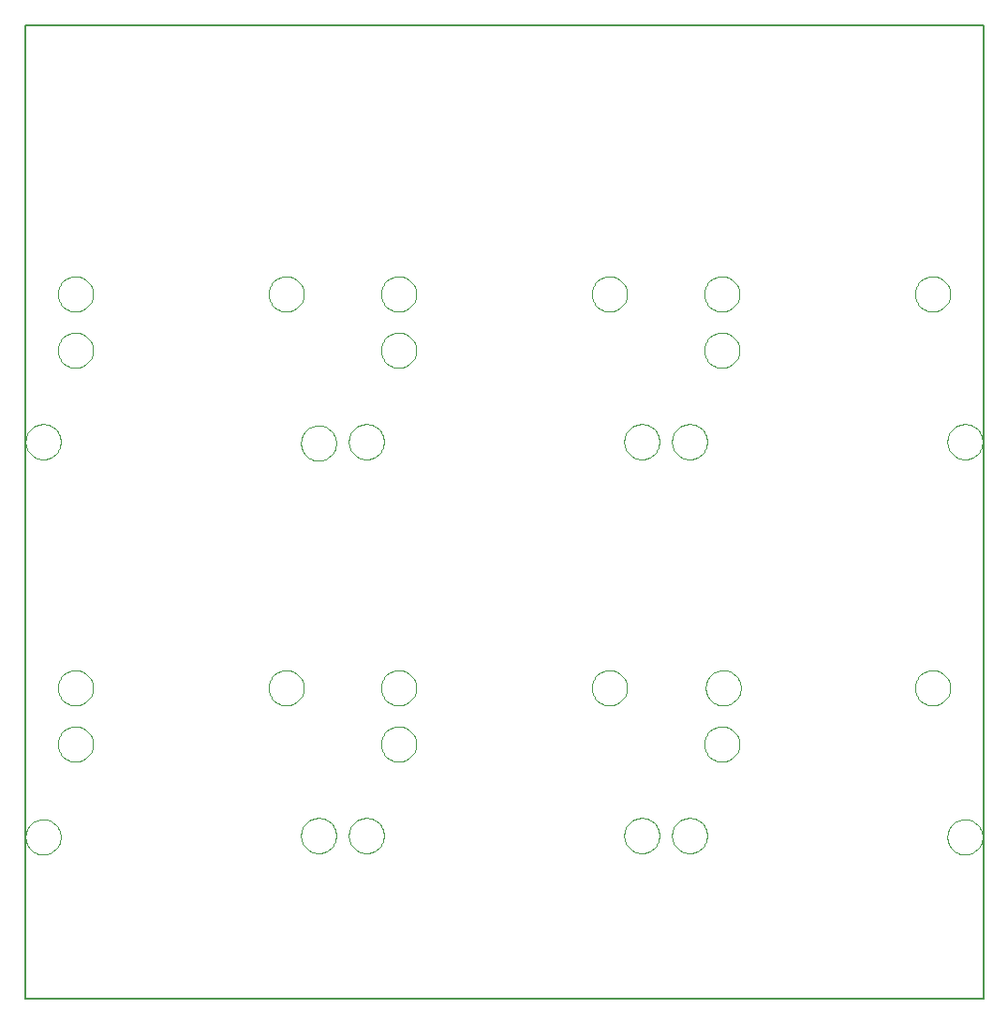
<source format=gbr>
G04 EAGLE Gerber X2 export*
%TF.Part,Single*%
%TF.FileFunction,Profile,NP*%
%TF.FilePolarity,Positive*%
%TF.GenerationSoftware,Autodesk,EAGLE,9.1.3*%
%TF.CreationDate,2018-11-04T16:40:41Z*%
G75*
%MOIN*%
%FSLAX34Y34*%
%LPD*%
%AMOC8*
5,1,8,0,0,1.08239X$1,22.5*%
G01*
%ADD10C,0.006000*%
%ADD11C,0.000000*%


D10*
X-50Y-50D02*
X34050Y-50D01*
X34050Y34550D01*
X-50Y34550D01*
X-50Y-50D01*
D11*
X1125Y25000D02*
X1127Y25050D01*
X1133Y25099D01*
X1143Y25148D01*
X1156Y25195D01*
X1174Y25242D01*
X1195Y25287D01*
X1219Y25330D01*
X1247Y25371D01*
X1278Y25410D01*
X1312Y25446D01*
X1349Y25480D01*
X1389Y25510D01*
X1430Y25537D01*
X1474Y25561D01*
X1519Y25581D01*
X1566Y25597D01*
X1614Y25610D01*
X1663Y25619D01*
X1713Y25624D01*
X1762Y25625D01*
X1812Y25622D01*
X1861Y25615D01*
X1910Y25604D01*
X1957Y25590D01*
X2003Y25571D01*
X2048Y25549D01*
X2091Y25524D01*
X2131Y25495D01*
X2169Y25463D01*
X2205Y25429D01*
X2238Y25391D01*
X2267Y25351D01*
X2293Y25309D01*
X2316Y25265D01*
X2335Y25219D01*
X2351Y25172D01*
X2363Y25123D01*
X2371Y25074D01*
X2375Y25025D01*
X2375Y24975D01*
X2371Y24926D01*
X2363Y24877D01*
X2351Y24828D01*
X2335Y24781D01*
X2316Y24735D01*
X2293Y24691D01*
X2267Y24649D01*
X2238Y24609D01*
X2205Y24571D01*
X2169Y24537D01*
X2131Y24505D01*
X2091Y24476D01*
X2048Y24451D01*
X2003Y24429D01*
X1957Y24410D01*
X1910Y24396D01*
X1861Y24385D01*
X1812Y24378D01*
X1762Y24375D01*
X1713Y24376D01*
X1663Y24381D01*
X1614Y24390D01*
X1566Y24403D01*
X1519Y24419D01*
X1474Y24439D01*
X1430Y24463D01*
X1389Y24490D01*
X1349Y24520D01*
X1312Y24554D01*
X1278Y24590D01*
X1247Y24629D01*
X1219Y24670D01*
X1195Y24713D01*
X1174Y24758D01*
X1156Y24805D01*
X1143Y24852D01*
X1133Y24901D01*
X1127Y24950D01*
X1125Y25000D01*
X8625Y25000D02*
X8627Y25050D01*
X8633Y25099D01*
X8643Y25148D01*
X8656Y25195D01*
X8674Y25242D01*
X8695Y25287D01*
X8719Y25330D01*
X8747Y25371D01*
X8778Y25410D01*
X8812Y25446D01*
X8849Y25480D01*
X8889Y25510D01*
X8930Y25537D01*
X8974Y25561D01*
X9019Y25581D01*
X9066Y25597D01*
X9114Y25610D01*
X9163Y25619D01*
X9213Y25624D01*
X9262Y25625D01*
X9312Y25622D01*
X9361Y25615D01*
X9410Y25604D01*
X9457Y25590D01*
X9503Y25571D01*
X9548Y25549D01*
X9591Y25524D01*
X9631Y25495D01*
X9669Y25463D01*
X9705Y25429D01*
X9738Y25391D01*
X9767Y25351D01*
X9793Y25309D01*
X9816Y25265D01*
X9835Y25219D01*
X9851Y25172D01*
X9863Y25123D01*
X9871Y25074D01*
X9875Y25025D01*
X9875Y24975D01*
X9871Y24926D01*
X9863Y24877D01*
X9851Y24828D01*
X9835Y24781D01*
X9816Y24735D01*
X9793Y24691D01*
X9767Y24649D01*
X9738Y24609D01*
X9705Y24571D01*
X9669Y24537D01*
X9631Y24505D01*
X9591Y24476D01*
X9548Y24451D01*
X9503Y24429D01*
X9457Y24410D01*
X9410Y24396D01*
X9361Y24385D01*
X9312Y24378D01*
X9262Y24375D01*
X9213Y24376D01*
X9163Y24381D01*
X9114Y24390D01*
X9066Y24403D01*
X9019Y24419D01*
X8974Y24439D01*
X8930Y24463D01*
X8889Y24490D01*
X8849Y24520D01*
X8812Y24554D01*
X8778Y24590D01*
X8747Y24629D01*
X8719Y24670D01*
X8695Y24713D01*
X8674Y24758D01*
X8656Y24805D01*
X8643Y24852D01*
X8633Y24901D01*
X8627Y24950D01*
X8625Y25000D01*
X1125Y23000D02*
X1127Y23050D01*
X1133Y23099D01*
X1143Y23148D01*
X1156Y23195D01*
X1174Y23242D01*
X1195Y23287D01*
X1219Y23330D01*
X1247Y23371D01*
X1278Y23410D01*
X1312Y23446D01*
X1349Y23480D01*
X1389Y23510D01*
X1430Y23537D01*
X1474Y23561D01*
X1519Y23581D01*
X1566Y23597D01*
X1614Y23610D01*
X1663Y23619D01*
X1713Y23624D01*
X1762Y23625D01*
X1812Y23622D01*
X1861Y23615D01*
X1910Y23604D01*
X1957Y23590D01*
X2003Y23571D01*
X2048Y23549D01*
X2091Y23524D01*
X2131Y23495D01*
X2169Y23463D01*
X2205Y23429D01*
X2238Y23391D01*
X2267Y23351D01*
X2293Y23309D01*
X2316Y23265D01*
X2335Y23219D01*
X2351Y23172D01*
X2363Y23123D01*
X2371Y23074D01*
X2375Y23025D01*
X2375Y22975D01*
X2371Y22926D01*
X2363Y22877D01*
X2351Y22828D01*
X2335Y22781D01*
X2316Y22735D01*
X2293Y22691D01*
X2267Y22649D01*
X2238Y22609D01*
X2205Y22571D01*
X2169Y22537D01*
X2131Y22505D01*
X2091Y22476D01*
X2048Y22451D01*
X2003Y22429D01*
X1957Y22410D01*
X1910Y22396D01*
X1861Y22385D01*
X1812Y22378D01*
X1762Y22375D01*
X1713Y22376D01*
X1663Y22381D01*
X1614Y22390D01*
X1566Y22403D01*
X1519Y22419D01*
X1474Y22439D01*
X1430Y22463D01*
X1389Y22490D01*
X1349Y22520D01*
X1312Y22554D01*
X1278Y22590D01*
X1247Y22629D01*
X1219Y22670D01*
X1195Y22713D01*
X1174Y22758D01*
X1156Y22805D01*
X1143Y22852D01*
X1133Y22901D01*
X1127Y22950D01*
X1125Y23000D01*
X12625Y25000D02*
X12627Y25050D01*
X12633Y25099D01*
X12643Y25148D01*
X12656Y25195D01*
X12674Y25242D01*
X12695Y25287D01*
X12719Y25330D01*
X12747Y25371D01*
X12778Y25410D01*
X12812Y25446D01*
X12849Y25480D01*
X12889Y25510D01*
X12930Y25537D01*
X12974Y25561D01*
X13019Y25581D01*
X13066Y25597D01*
X13114Y25610D01*
X13163Y25619D01*
X13213Y25624D01*
X13262Y25625D01*
X13312Y25622D01*
X13361Y25615D01*
X13410Y25604D01*
X13457Y25590D01*
X13503Y25571D01*
X13548Y25549D01*
X13591Y25524D01*
X13631Y25495D01*
X13669Y25463D01*
X13705Y25429D01*
X13738Y25391D01*
X13767Y25351D01*
X13793Y25309D01*
X13816Y25265D01*
X13835Y25219D01*
X13851Y25172D01*
X13863Y25123D01*
X13871Y25074D01*
X13875Y25025D01*
X13875Y24975D01*
X13871Y24926D01*
X13863Y24877D01*
X13851Y24828D01*
X13835Y24781D01*
X13816Y24735D01*
X13793Y24691D01*
X13767Y24649D01*
X13738Y24609D01*
X13705Y24571D01*
X13669Y24537D01*
X13631Y24505D01*
X13591Y24476D01*
X13548Y24451D01*
X13503Y24429D01*
X13457Y24410D01*
X13410Y24396D01*
X13361Y24385D01*
X13312Y24378D01*
X13262Y24375D01*
X13213Y24376D01*
X13163Y24381D01*
X13114Y24390D01*
X13066Y24403D01*
X13019Y24419D01*
X12974Y24439D01*
X12930Y24463D01*
X12889Y24490D01*
X12849Y24520D01*
X12812Y24554D01*
X12778Y24590D01*
X12747Y24629D01*
X12719Y24670D01*
X12695Y24713D01*
X12674Y24758D01*
X12656Y24805D01*
X12643Y24852D01*
X12633Y24901D01*
X12627Y24950D01*
X12625Y25000D01*
X12625Y23000D02*
X12627Y23050D01*
X12633Y23099D01*
X12643Y23148D01*
X12656Y23195D01*
X12674Y23242D01*
X12695Y23287D01*
X12719Y23330D01*
X12747Y23371D01*
X12778Y23410D01*
X12812Y23446D01*
X12849Y23480D01*
X12889Y23510D01*
X12930Y23537D01*
X12974Y23561D01*
X13019Y23581D01*
X13066Y23597D01*
X13114Y23610D01*
X13163Y23619D01*
X13213Y23624D01*
X13262Y23625D01*
X13312Y23622D01*
X13361Y23615D01*
X13410Y23604D01*
X13457Y23590D01*
X13503Y23571D01*
X13548Y23549D01*
X13591Y23524D01*
X13631Y23495D01*
X13669Y23463D01*
X13705Y23429D01*
X13738Y23391D01*
X13767Y23351D01*
X13793Y23309D01*
X13816Y23265D01*
X13835Y23219D01*
X13851Y23172D01*
X13863Y23123D01*
X13871Y23074D01*
X13875Y23025D01*
X13875Y22975D01*
X13871Y22926D01*
X13863Y22877D01*
X13851Y22828D01*
X13835Y22781D01*
X13816Y22735D01*
X13793Y22691D01*
X13767Y22649D01*
X13738Y22609D01*
X13705Y22571D01*
X13669Y22537D01*
X13631Y22505D01*
X13591Y22476D01*
X13548Y22451D01*
X13503Y22429D01*
X13457Y22410D01*
X13410Y22396D01*
X13361Y22385D01*
X13312Y22378D01*
X13262Y22375D01*
X13213Y22376D01*
X13163Y22381D01*
X13114Y22390D01*
X13066Y22403D01*
X13019Y22419D01*
X12974Y22439D01*
X12930Y22463D01*
X12889Y22490D01*
X12849Y22520D01*
X12812Y22554D01*
X12778Y22590D01*
X12747Y22629D01*
X12719Y22670D01*
X12695Y22713D01*
X12674Y22758D01*
X12656Y22805D01*
X12643Y22852D01*
X12633Y22901D01*
X12627Y22950D01*
X12625Y23000D01*
X11475Y19750D02*
X11477Y19800D01*
X11483Y19849D01*
X11493Y19898D01*
X11506Y19945D01*
X11524Y19992D01*
X11545Y20037D01*
X11569Y20080D01*
X11597Y20121D01*
X11628Y20160D01*
X11662Y20196D01*
X11699Y20230D01*
X11739Y20260D01*
X11780Y20287D01*
X11824Y20311D01*
X11869Y20331D01*
X11916Y20347D01*
X11964Y20360D01*
X12013Y20369D01*
X12063Y20374D01*
X12112Y20375D01*
X12162Y20372D01*
X12211Y20365D01*
X12260Y20354D01*
X12307Y20340D01*
X12353Y20321D01*
X12398Y20299D01*
X12441Y20274D01*
X12481Y20245D01*
X12519Y20213D01*
X12555Y20179D01*
X12588Y20141D01*
X12617Y20101D01*
X12643Y20059D01*
X12666Y20015D01*
X12685Y19969D01*
X12701Y19922D01*
X12713Y19873D01*
X12721Y19824D01*
X12725Y19775D01*
X12725Y19725D01*
X12721Y19676D01*
X12713Y19627D01*
X12701Y19578D01*
X12685Y19531D01*
X12666Y19485D01*
X12643Y19441D01*
X12617Y19399D01*
X12588Y19359D01*
X12555Y19321D01*
X12519Y19287D01*
X12481Y19255D01*
X12441Y19226D01*
X12398Y19201D01*
X12353Y19179D01*
X12307Y19160D01*
X12260Y19146D01*
X12211Y19135D01*
X12162Y19128D01*
X12112Y19125D01*
X12063Y19126D01*
X12013Y19131D01*
X11964Y19140D01*
X11916Y19153D01*
X11869Y19169D01*
X11824Y19189D01*
X11780Y19213D01*
X11739Y19240D01*
X11699Y19270D01*
X11662Y19304D01*
X11628Y19340D01*
X11597Y19379D01*
X11569Y19420D01*
X11545Y19463D01*
X11524Y19508D01*
X11506Y19555D01*
X11493Y19602D01*
X11483Y19651D01*
X11477Y19700D01*
X11475Y19750D01*
X9775Y19700D02*
X9777Y19750D01*
X9783Y19799D01*
X9793Y19848D01*
X9806Y19895D01*
X9824Y19942D01*
X9845Y19987D01*
X9869Y20030D01*
X9897Y20071D01*
X9928Y20110D01*
X9962Y20146D01*
X9999Y20180D01*
X10039Y20210D01*
X10080Y20237D01*
X10124Y20261D01*
X10169Y20281D01*
X10216Y20297D01*
X10264Y20310D01*
X10313Y20319D01*
X10363Y20324D01*
X10412Y20325D01*
X10462Y20322D01*
X10511Y20315D01*
X10560Y20304D01*
X10607Y20290D01*
X10653Y20271D01*
X10698Y20249D01*
X10741Y20224D01*
X10781Y20195D01*
X10819Y20163D01*
X10855Y20129D01*
X10888Y20091D01*
X10917Y20051D01*
X10943Y20009D01*
X10966Y19965D01*
X10985Y19919D01*
X11001Y19872D01*
X11013Y19823D01*
X11021Y19774D01*
X11025Y19725D01*
X11025Y19675D01*
X11021Y19626D01*
X11013Y19577D01*
X11001Y19528D01*
X10985Y19481D01*
X10966Y19435D01*
X10943Y19391D01*
X10917Y19349D01*
X10888Y19309D01*
X10855Y19271D01*
X10819Y19237D01*
X10781Y19205D01*
X10741Y19176D01*
X10698Y19151D01*
X10653Y19129D01*
X10607Y19110D01*
X10560Y19096D01*
X10511Y19085D01*
X10462Y19078D01*
X10412Y19075D01*
X10363Y19076D01*
X10313Y19081D01*
X10264Y19090D01*
X10216Y19103D01*
X10169Y19119D01*
X10124Y19139D01*
X10080Y19163D01*
X10039Y19190D01*
X9999Y19220D01*
X9962Y19254D01*
X9928Y19290D01*
X9897Y19329D01*
X9869Y19370D01*
X9845Y19413D01*
X9824Y19458D01*
X9806Y19505D01*
X9793Y19552D01*
X9783Y19601D01*
X9777Y19650D01*
X9775Y19700D01*
X-25Y19750D02*
X-23Y19800D01*
X-17Y19849D01*
X-7Y19898D01*
X6Y19945D01*
X24Y19992D01*
X45Y20037D01*
X69Y20080D01*
X97Y20121D01*
X128Y20160D01*
X162Y20196D01*
X199Y20230D01*
X239Y20260D01*
X280Y20287D01*
X324Y20311D01*
X369Y20331D01*
X416Y20347D01*
X464Y20360D01*
X513Y20369D01*
X563Y20374D01*
X612Y20375D01*
X662Y20372D01*
X711Y20365D01*
X760Y20354D01*
X807Y20340D01*
X853Y20321D01*
X898Y20299D01*
X941Y20274D01*
X981Y20245D01*
X1019Y20213D01*
X1055Y20179D01*
X1088Y20141D01*
X1117Y20101D01*
X1143Y20059D01*
X1166Y20015D01*
X1185Y19969D01*
X1201Y19922D01*
X1213Y19873D01*
X1221Y19824D01*
X1225Y19775D01*
X1225Y19725D01*
X1221Y19676D01*
X1213Y19627D01*
X1201Y19578D01*
X1185Y19531D01*
X1166Y19485D01*
X1143Y19441D01*
X1117Y19399D01*
X1088Y19359D01*
X1055Y19321D01*
X1019Y19287D01*
X981Y19255D01*
X941Y19226D01*
X898Y19201D01*
X853Y19179D01*
X807Y19160D01*
X760Y19146D01*
X711Y19135D01*
X662Y19128D01*
X612Y19125D01*
X563Y19126D01*
X513Y19131D01*
X464Y19140D01*
X416Y19153D01*
X369Y19169D01*
X324Y19189D01*
X280Y19213D01*
X239Y19240D01*
X199Y19270D01*
X162Y19304D01*
X128Y19340D01*
X97Y19379D01*
X69Y19420D01*
X45Y19463D01*
X24Y19508D01*
X6Y19555D01*
X-7Y19602D01*
X-17Y19651D01*
X-23Y19700D01*
X-25Y19750D01*
X20125Y25000D02*
X20127Y25050D01*
X20133Y25099D01*
X20143Y25148D01*
X20156Y25195D01*
X20174Y25242D01*
X20195Y25287D01*
X20219Y25330D01*
X20247Y25371D01*
X20278Y25410D01*
X20312Y25446D01*
X20349Y25480D01*
X20389Y25510D01*
X20430Y25537D01*
X20474Y25561D01*
X20519Y25581D01*
X20566Y25597D01*
X20614Y25610D01*
X20663Y25619D01*
X20713Y25624D01*
X20762Y25625D01*
X20812Y25622D01*
X20861Y25615D01*
X20910Y25604D01*
X20957Y25590D01*
X21003Y25571D01*
X21048Y25549D01*
X21091Y25524D01*
X21131Y25495D01*
X21169Y25463D01*
X21205Y25429D01*
X21238Y25391D01*
X21267Y25351D01*
X21293Y25309D01*
X21316Y25265D01*
X21335Y25219D01*
X21351Y25172D01*
X21363Y25123D01*
X21371Y25074D01*
X21375Y25025D01*
X21375Y24975D01*
X21371Y24926D01*
X21363Y24877D01*
X21351Y24828D01*
X21335Y24781D01*
X21316Y24735D01*
X21293Y24691D01*
X21267Y24649D01*
X21238Y24609D01*
X21205Y24571D01*
X21169Y24537D01*
X21131Y24505D01*
X21091Y24476D01*
X21048Y24451D01*
X21003Y24429D01*
X20957Y24410D01*
X20910Y24396D01*
X20861Y24385D01*
X20812Y24378D01*
X20762Y24375D01*
X20713Y24376D01*
X20663Y24381D01*
X20614Y24390D01*
X20566Y24403D01*
X20519Y24419D01*
X20474Y24439D01*
X20430Y24463D01*
X20389Y24490D01*
X20349Y24520D01*
X20312Y24554D01*
X20278Y24590D01*
X20247Y24629D01*
X20219Y24670D01*
X20195Y24713D01*
X20174Y24758D01*
X20156Y24805D01*
X20143Y24852D01*
X20133Y24901D01*
X20127Y24950D01*
X20125Y25000D01*
X24125Y25000D02*
X24127Y25050D01*
X24133Y25099D01*
X24143Y25148D01*
X24156Y25195D01*
X24174Y25242D01*
X24195Y25287D01*
X24219Y25330D01*
X24247Y25371D01*
X24278Y25410D01*
X24312Y25446D01*
X24349Y25480D01*
X24389Y25510D01*
X24430Y25537D01*
X24474Y25561D01*
X24519Y25581D01*
X24566Y25597D01*
X24614Y25610D01*
X24663Y25619D01*
X24713Y25624D01*
X24762Y25625D01*
X24812Y25622D01*
X24861Y25615D01*
X24910Y25604D01*
X24957Y25590D01*
X25003Y25571D01*
X25048Y25549D01*
X25091Y25524D01*
X25131Y25495D01*
X25169Y25463D01*
X25205Y25429D01*
X25238Y25391D01*
X25267Y25351D01*
X25293Y25309D01*
X25316Y25265D01*
X25335Y25219D01*
X25351Y25172D01*
X25363Y25123D01*
X25371Y25074D01*
X25375Y25025D01*
X25375Y24975D01*
X25371Y24926D01*
X25363Y24877D01*
X25351Y24828D01*
X25335Y24781D01*
X25316Y24735D01*
X25293Y24691D01*
X25267Y24649D01*
X25238Y24609D01*
X25205Y24571D01*
X25169Y24537D01*
X25131Y24505D01*
X25091Y24476D01*
X25048Y24451D01*
X25003Y24429D01*
X24957Y24410D01*
X24910Y24396D01*
X24861Y24385D01*
X24812Y24378D01*
X24762Y24375D01*
X24713Y24376D01*
X24663Y24381D01*
X24614Y24390D01*
X24566Y24403D01*
X24519Y24419D01*
X24474Y24439D01*
X24430Y24463D01*
X24389Y24490D01*
X24349Y24520D01*
X24312Y24554D01*
X24278Y24590D01*
X24247Y24629D01*
X24219Y24670D01*
X24195Y24713D01*
X24174Y24758D01*
X24156Y24805D01*
X24143Y24852D01*
X24133Y24901D01*
X24127Y24950D01*
X24125Y25000D01*
X24125Y23000D02*
X24127Y23050D01*
X24133Y23099D01*
X24143Y23148D01*
X24156Y23195D01*
X24174Y23242D01*
X24195Y23287D01*
X24219Y23330D01*
X24247Y23371D01*
X24278Y23410D01*
X24312Y23446D01*
X24349Y23480D01*
X24389Y23510D01*
X24430Y23537D01*
X24474Y23561D01*
X24519Y23581D01*
X24566Y23597D01*
X24614Y23610D01*
X24663Y23619D01*
X24713Y23624D01*
X24762Y23625D01*
X24812Y23622D01*
X24861Y23615D01*
X24910Y23604D01*
X24957Y23590D01*
X25003Y23571D01*
X25048Y23549D01*
X25091Y23524D01*
X25131Y23495D01*
X25169Y23463D01*
X25205Y23429D01*
X25238Y23391D01*
X25267Y23351D01*
X25293Y23309D01*
X25316Y23265D01*
X25335Y23219D01*
X25351Y23172D01*
X25363Y23123D01*
X25371Y23074D01*
X25375Y23025D01*
X25375Y22975D01*
X25371Y22926D01*
X25363Y22877D01*
X25351Y22828D01*
X25335Y22781D01*
X25316Y22735D01*
X25293Y22691D01*
X25267Y22649D01*
X25238Y22609D01*
X25205Y22571D01*
X25169Y22537D01*
X25131Y22505D01*
X25091Y22476D01*
X25048Y22451D01*
X25003Y22429D01*
X24957Y22410D01*
X24910Y22396D01*
X24861Y22385D01*
X24812Y22378D01*
X24762Y22375D01*
X24713Y22376D01*
X24663Y22381D01*
X24614Y22390D01*
X24566Y22403D01*
X24519Y22419D01*
X24474Y22439D01*
X24430Y22463D01*
X24389Y22490D01*
X24349Y22520D01*
X24312Y22554D01*
X24278Y22590D01*
X24247Y22629D01*
X24219Y22670D01*
X24195Y22713D01*
X24174Y22758D01*
X24156Y22805D01*
X24143Y22852D01*
X24133Y22901D01*
X24127Y22950D01*
X24125Y23000D01*
X31625Y25000D02*
X31627Y25050D01*
X31633Y25099D01*
X31643Y25148D01*
X31656Y25195D01*
X31674Y25242D01*
X31695Y25287D01*
X31719Y25330D01*
X31747Y25371D01*
X31778Y25410D01*
X31812Y25446D01*
X31849Y25480D01*
X31889Y25510D01*
X31930Y25537D01*
X31974Y25561D01*
X32019Y25581D01*
X32066Y25597D01*
X32114Y25610D01*
X32163Y25619D01*
X32213Y25624D01*
X32262Y25625D01*
X32312Y25622D01*
X32361Y25615D01*
X32410Y25604D01*
X32457Y25590D01*
X32503Y25571D01*
X32548Y25549D01*
X32591Y25524D01*
X32631Y25495D01*
X32669Y25463D01*
X32705Y25429D01*
X32738Y25391D01*
X32767Y25351D01*
X32793Y25309D01*
X32816Y25265D01*
X32835Y25219D01*
X32851Y25172D01*
X32863Y25123D01*
X32871Y25074D01*
X32875Y25025D01*
X32875Y24975D01*
X32871Y24926D01*
X32863Y24877D01*
X32851Y24828D01*
X32835Y24781D01*
X32816Y24735D01*
X32793Y24691D01*
X32767Y24649D01*
X32738Y24609D01*
X32705Y24571D01*
X32669Y24537D01*
X32631Y24505D01*
X32591Y24476D01*
X32548Y24451D01*
X32503Y24429D01*
X32457Y24410D01*
X32410Y24396D01*
X32361Y24385D01*
X32312Y24378D01*
X32262Y24375D01*
X32213Y24376D01*
X32163Y24381D01*
X32114Y24390D01*
X32066Y24403D01*
X32019Y24419D01*
X31974Y24439D01*
X31930Y24463D01*
X31889Y24490D01*
X31849Y24520D01*
X31812Y24554D01*
X31778Y24590D01*
X31747Y24629D01*
X31719Y24670D01*
X31695Y24713D01*
X31674Y24758D01*
X31656Y24805D01*
X31643Y24852D01*
X31633Y24901D01*
X31627Y24950D01*
X31625Y25000D01*
X32775Y19750D02*
X32777Y19800D01*
X32783Y19849D01*
X32793Y19898D01*
X32806Y19945D01*
X32824Y19992D01*
X32845Y20037D01*
X32869Y20080D01*
X32897Y20121D01*
X32928Y20160D01*
X32962Y20196D01*
X32999Y20230D01*
X33039Y20260D01*
X33080Y20287D01*
X33124Y20311D01*
X33169Y20331D01*
X33216Y20347D01*
X33264Y20360D01*
X33313Y20369D01*
X33363Y20374D01*
X33412Y20375D01*
X33462Y20372D01*
X33511Y20365D01*
X33560Y20354D01*
X33607Y20340D01*
X33653Y20321D01*
X33698Y20299D01*
X33741Y20274D01*
X33781Y20245D01*
X33819Y20213D01*
X33855Y20179D01*
X33888Y20141D01*
X33917Y20101D01*
X33943Y20059D01*
X33966Y20015D01*
X33985Y19969D01*
X34001Y19922D01*
X34013Y19873D01*
X34021Y19824D01*
X34025Y19775D01*
X34025Y19725D01*
X34021Y19676D01*
X34013Y19627D01*
X34001Y19578D01*
X33985Y19531D01*
X33966Y19485D01*
X33943Y19441D01*
X33917Y19399D01*
X33888Y19359D01*
X33855Y19321D01*
X33819Y19287D01*
X33781Y19255D01*
X33741Y19226D01*
X33698Y19201D01*
X33653Y19179D01*
X33607Y19160D01*
X33560Y19146D01*
X33511Y19135D01*
X33462Y19128D01*
X33412Y19125D01*
X33363Y19126D01*
X33313Y19131D01*
X33264Y19140D01*
X33216Y19153D01*
X33169Y19169D01*
X33124Y19189D01*
X33080Y19213D01*
X33039Y19240D01*
X32999Y19270D01*
X32962Y19304D01*
X32928Y19340D01*
X32897Y19379D01*
X32869Y19420D01*
X32845Y19463D01*
X32824Y19508D01*
X32806Y19555D01*
X32793Y19602D01*
X32783Y19651D01*
X32777Y19700D01*
X32775Y19750D01*
X22975Y19750D02*
X22977Y19800D01*
X22983Y19849D01*
X22993Y19898D01*
X23006Y19945D01*
X23024Y19992D01*
X23045Y20037D01*
X23069Y20080D01*
X23097Y20121D01*
X23128Y20160D01*
X23162Y20196D01*
X23199Y20230D01*
X23239Y20260D01*
X23280Y20287D01*
X23324Y20311D01*
X23369Y20331D01*
X23416Y20347D01*
X23464Y20360D01*
X23513Y20369D01*
X23563Y20374D01*
X23612Y20375D01*
X23662Y20372D01*
X23711Y20365D01*
X23760Y20354D01*
X23807Y20340D01*
X23853Y20321D01*
X23898Y20299D01*
X23941Y20274D01*
X23981Y20245D01*
X24019Y20213D01*
X24055Y20179D01*
X24088Y20141D01*
X24117Y20101D01*
X24143Y20059D01*
X24166Y20015D01*
X24185Y19969D01*
X24201Y19922D01*
X24213Y19873D01*
X24221Y19824D01*
X24225Y19775D01*
X24225Y19725D01*
X24221Y19676D01*
X24213Y19627D01*
X24201Y19578D01*
X24185Y19531D01*
X24166Y19485D01*
X24143Y19441D01*
X24117Y19399D01*
X24088Y19359D01*
X24055Y19321D01*
X24019Y19287D01*
X23981Y19255D01*
X23941Y19226D01*
X23898Y19201D01*
X23853Y19179D01*
X23807Y19160D01*
X23760Y19146D01*
X23711Y19135D01*
X23662Y19128D01*
X23612Y19125D01*
X23563Y19126D01*
X23513Y19131D01*
X23464Y19140D01*
X23416Y19153D01*
X23369Y19169D01*
X23324Y19189D01*
X23280Y19213D01*
X23239Y19240D01*
X23199Y19270D01*
X23162Y19304D01*
X23128Y19340D01*
X23097Y19379D01*
X23069Y19420D01*
X23045Y19463D01*
X23024Y19508D01*
X23006Y19555D01*
X22993Y19602D01*
X22983Y19651D01*
X22977Y19700D01*
X22975Y19750D01*
X21275Y19750D02*
X21277Y19800D01*
X21283Y19849D01*
X21293Y19898D01*
X21306Y19945D01*
X21324Y19992D01*
X21345Y20037D01*
X21369Y20080D01*
X21397Y20121D01*
X21428Y20160D01*
X21462Y20196D01*
X21499Y20230D01*
X21539Y20260D01*
X21580Y20287D01*
X21624Y20311D01*
X21669Y20331D01*
X21716Y20347D01*
X21764Y20360D01*
X21813Y20369D01*
X21863Y20374D01*
X21912Y20375D01*
X21962Y20372D01*
X22011Y20365D01*
X22060Y20354D01*
X22107Y20340D01*
X22153Y20321D01*
X22198Y20299D01*
X22241Y20274D01*
X22281Y20245D01*
X22319Y20213D01*
X22355Y20179D01*
X22388Y20141D01*
X22417Y20101D01*
X22443Y20059D01*
X22466Y20015D01*
X22485Y19969D01*
X22501Y19922D01*
X22513Y19873D01*
X22521Y19824D01*
X22525Y19775D01*
X22525Y19725D01*
X22521Y19676D01*
X22513Y19627D01*
X22501Y19578D01*
X22485Y19531D01*
X22466Y19485D01*
X22443Y19441D01*
X22417Y19399D01*
X22388Y19359D01*
X22355Y19321D01*
X22319Y19287D01*
X22281Y19255D01*
X22241Y19226D01*
X22198Y19201D01*
X22153Y19179D01*
X22107Y19160D01*
X22060Y19146D01*
X22011Y19135D01*
X21962Y19128D01*
X21912Y19125D01*
X21863Y19126D01*
X21813Y19131D01*
X21764Y19140D01*
X21716Y19153D01*
X21669Y19169D01*
X21624Y19189D01*
X21580Y19213D01*
X21539Y19240D01*
X21499Y19270D01*
X21462Y19304D01*
X21428Y19340D01*
X21397Y19379D01*
X21369Y19420D01*
X21345Y19463D01*
X21324Y19508D01*
X21306Y19555D01*
X21293Y19602D01*
X21283Y19651D01*
X21277Y19700D01*
X21275Y19750D01*
X1125Y11000D02*
X1127Y11050D01*
X1133Y11099D01*
X1143Y11148D01*
X1156Y11195D01*
X1174Y11242D01*
X1195Y11287D01*
X1219Y11330D01*
X1247Y11371D01*
X1278Y11410D01*
X1312Y11446D01*
X1349Y11480D01*
X1389Y11510D01*
X1430Y11537D01*
X1474Y11561D01*
X1519Y11581D01*
X1566Y11597D01*
X1614Y11610D01*
X1663Y11619D01*
X1713Y11624D01*
X1762Y11625D01*
X1812Y11622D01*
X1861Y11615D01*
X1910Y11604D01*
X1957Y11590D01*
X2003Y11571D01*
X2048Y11549D01*
X2091Y11524D01*
X2131Y11495D01*
X2169Y11463D01*
X2205Y11429D01*
X2238Y11391D01*
X2267Y11351D01*
X2293Y11309D01*
X2316Y11265D01*
X2335Y11219D01*
X2351Y11172D01*
X2363Y11123D01*
X2371Y11074D01*
X2375Y11025D01*
X2375Y10975D01*
X2371Y10926D01*
X2363Y10877D01*
X2351Y10828D01*
X2335Y10781D01*
X2316Y10735D01*
X2293Y10691D01*
X2267Y10649D01*
X2238Y10609D01*
X2205Y10571D01*
X2169Y10537D01*
X2131Y10505D01*
X2091Y10476D01*
X2048Y10451D01*
X2003Y10429D01*
X1957Y10410D01*
X1910Y10396D01*
X1861Y10385D01*
X1812Y10378D01*
X1762Y10375D01*
X1713Y10376D01*
X1663Y10381D01*
X1614Y10390D01*
X1566Y10403D01*
X1519Y10419D01*
X1474Y10439D01*
X1430Y10463D01*
X1389Y10490D01*
X1349Y10520D01*
X1312Y10554D01*
X1278Y10590D01*
X1247Y10629D01*
X1219Y10670D01*
X1195Y10713D01*
X1174Y10758D01*
X1156Y10805D01*
X1143Y10852D01*
X1133Y10901D01*
X1127Y10950D01*
X1125Y11000D01*
X1125Y9000D02*
X1127Y9050D01*
X1133Y9099D01*
X1143Y9148D01*
X1156Y9195D01*
X1174Y9242D01*
X1195Y9287D01*
X1219Y9330D01*
X1247Y9371D01*
X1278Y9410D01*
X1312Y9446D01*
X1349Y9480D01*
X1389Y9510D01*
X1430Y9537D01*
X1474Y9561D01*
X1519Y9581D01*
X1566Y9597D01*
X1614Y9610D01*
X1663Y9619D01*
X1713Y9624D01*
X1762Y9625D01*
X1812Y9622D01*
X1861Y9615D01*
X1910Y9604D01*
X1957Y9590D01*
X2003Y9571D01*
X2048Y9549D01*
X2091Y9524D01*
X2131Y9495D01*
X2169Y9463D01*
X2205Y9429D01*
X2238Y9391D01*
X2267Y9351D01*
X2293Y9309D01*
X2316Y9265D01*
X2335Y9219D01*
X2351Y9172D01*
X2363Y9123D01*
X2371Y9074D01*
X2375Y9025D01*
X2375Y8975D01*
X2371Y8926D01*
X2363Y8877D01*
X2351Y8828D01*
X2335Y8781D01*
X2316Y8735D01*
X2293Y8691D01*
X2267Y8649D01*
X2238Y8609D01*
X2205Y8571D01*
X2169Y8537D01*
X2131Y8505D01*
X2091Y8476D01*
X2048Y8451D01*
X2003Y8429D01*
X1957Y8410D01*
X1910Y8396D01*
X1861Y8385D01*
X1812Y8378D01*
X1762Y8375D01*
X1713Y8376D01*
X1663Y8381D01*
X1614Y8390D01*
X1566Y8403D01*
X1519Y8419D01*
X1474Y8439D01*
X1430Y8463D01*
X1389Y8490D01*
X1349Y8520D01*
X1312Y8554D01*
X1278Y8590D01*
X1247Y8629D01*
X1219Y8670D01*
X1195Y8713D01*
X1174Y8758D01*
X1156Y8805D01*
X1143Y8852D01*
X1133Y8901D01*
X1127Y8950D01*
X1125Y9000D01*
X8625Y11000D02*
X8627Y11050D01*
X8633Y11099D01*
X8643Y11148D01*
X8656Y11195D01*
X8674Y11242D01*
X8695Y11287D01*
X8719Y11330D01*
X8747Y11371D01*
X8778Y11410D01*
X8812Y11446D01*
X8849Y11480D01*
X8889Y11510D01*
X8930Y11537D01*
X8974Y11561D01*
X9019Y11581D01*
X9066Y11597D01*
X9114Y11610D01*
X9163Y11619D01*
X9213Y11624D01*
X9262Y11625D01*
X9312Y11622D01*
X9361Y11615D01*
X9410Y11604D01*
X9457Y11590D01*
X9503Y11571D01*
X9548Y11549D01*
X9591Y11524D01*
X9631Y11495D01*
X9669Y11463D01*
X9705Y11429D01*
X9738Y11391D01*
X9767Y11351D01*
X9793Y11309D01*
X9816Y11265D01*
X9835Y11219D01*
X9851Y11172D01*
X9863Y11123D01*
X9871Y11074D01*
X9875Y11025D01*
X9875Y10975D01*
X9871Y10926D01*
X9863Y10877D01*
X9851Y10828D01*
X9835Y10781D01*
X9816Y10735D01*
X9793Y10691D01*
X9767Y10649D01*
X9738Y10609D01*
X9705Y10571D01*
X9669Y10537D01*
X9631Y10505D01*
X9591Y10476D01*
X9548Y10451D01*
X9503Y10429D01*
X9457Y10410D01*
X9410Y10396D01*
X9361Y10385D01*
X9312Y10378D01*
X9262Y10375D01*
X9213Y10376D01*
X9163Y10381D01*
X9114Y10390D01*
X9066Y10403D01*
X9019Y10419D01*
X8974Y10439D01*
X8930Y10463D01*
X8889Y10490D01*
X8849Y10520D01*
X8812Y10554D01*
X8778Y10590D01*
X8747Y10629D01*
X8719Y10670D01*
X8695Y10713D01*
X8674Y10758D01*
X8656Y10805D01*
X8643Y10852D01*
X8633Y10901D01*
X8627Y10950D01*
X8625Y11000D01*
X12625Y11000D02*
X12627Y11050D01*
X12633Y11099D01*
X12643Y11148D01*
X12656Y11195D01*
X12674Y11242D01*
X12695Y11287D01*
X12719Y11330D01*
X12747Y11371D01*
X12778Y11410D01*
X12812Y11446D01*
X12849Y11480D01*
X12889Y11510D01*
X12930Y11537D01*
X12974Y11561D01*
X13019Y11581D01*
X13066Y11597D01*
X13114Y11610D01*
X13163Y11619D01*
X13213Y11624D01*
X13262Y11625D01*
X13312Y11622D01*
X13361Y11615D01*
X13410Y11604D01*
X13457Y11590D01*
X13503Y11571D01*
X13548Y11549D01*
X13591Y11524D01*
X13631Y11495D01*
X13669Y11463D01*
X13705Y11429D01*
X13738Y11391D01*
X13767Y11351D01*
X13793Y11309D01*
X13816Y11265D01*
X13835Y11219D01*
X13851Y11172D01*
X13863Y11123D01*
X13871Y11074D01*
X13875Y11025D01*
X13875Y10975D01*
X13871Y10926D01*
X13863Y10877D01*
X13851Y10828D01*
X13835Y10781D01*
X13816Y10735D01*
X13793Y10691D01*
X13767Y10649D01*
X13738Y10609D01*
X13705Y10571D01*
X13669Y10537D01*
X13631Y10505D01*
X13591Y10476D01*
X13548Y10451D01*
X13503Y10429D01*
X13457Y10410D01*
X13410Y10396D01*
X13361Y10385D01*
X13312Y10378D01*
X13262Y10375D01*
X13213Y10376D01*
X13163Y10381D01*
X13114Y10390D01*
X13066Y10403D01*
X13019Y10419D01*
X12974Y10439D01*
X12930Y10463D01*
X12889Y10490D01*
X12849Y10520D01*
X12812Y10554D01*
X12778Y10590D01*
X12747Y10629D01*
X12719Y10670D01*
X12695Y10713D01*
X12674Y10758D01*
X12656Y10805D01*
X12643Y10852D01*
X12633Y10901D01*
X12627Y10950D01*
X12625Y11000D01*
X12625Y9000D02*
X12627Y9050D01*
X12633Y9099D01*
X12643Y9148D01*
X12656Y9195D01*
X12674Y9242D01*
X12695Y9287D01*
X12719Y9330D01*
X12747Y9371D01*
X12778Y9410D01*
X12812Y9446D01*
X12849Y9480D01*
X12889Y9510D01*
X12930Y9537D01*
X12974Y9561D01*
X13019Y9581D01*
X13066Y9597D01*
X13114Y9610D01*
X13163Y9619D01*
X13213Y9624D01*
X13262Y9625D01*
X13312Y9622D01*
X13361Y9615D01*
X13410Y9604D01*
X13457Y9590D01*
X13503Y9571D01*
X13548Y9549D01*
X13591Y9524D01*
X13631Y9495D01*
X13669Y9463D01*
X13705Y9429D01*
X13738Y9391D01*
X13767Y9351D01*
X13793Y9309D01*
X13816Y9265D01*
X13835Y9219D01*
X13851Y9172D01*
X13863Y9123D01*
X13871Y9074D01*
X13875Y9025D01*
X13875Y8975D01*
X13871Y8926D01*
X13863Y8877D01*
X13851Y8828D01*
X13835Y8781D01*
X13816Y8735D01*
X13793Y8691D01*
X13767Y8649D01*
X13738Y8609D01*
X13705Y8571D01*
X13669Y8537D01*
X13631Y8505D01*
X13591Y8476D01*
X13548Y8451D01*
X13503Y8429D01*
X13457Y8410D01*
X13410Y8396D01*
X13361Y8385D01*
X13312Y8378D01*
X13262Y8375D01*
X13213Y8376D01*
X13163Y8381D01*
X13114Y8390D01*
X13066Y8403D01*
X13019Y8419D01*
X12974Y8439D01*
X12930Y8463D01*
X12889Y8490D01*
X12849Y8520D01*
X12812Y8554D01*
X12778Y8590D01*
X12747Y8629D01*
X12719Y8670D01*
X12695Y8713D01*
X12674Y8758D01*
X12656Y8805D01*
X12643Y8852D01*
X12633Y8901D01*
X12627Y8950D01*
X12625Y9000D01*
X20125Y11000D02*
X20127Y11050D01*
X20133Y11099D01*
X20143Y11148D01*
X20156Y11195D01*
X20174Y11242D01*
X20195Y11287D01*
X20219Y11330D01*
X20247Y11371D01*
X20278Y11410D01*
X20312Y11446D01*
X20349Y11480D01*
X20389Y11510D01*
X20430Y11537D01*
X20474Y11561D01*
X20519Y11581D01*
X20566Y11597D01*
X20614Y11610D01*
X20663Y11619D01*
X20713Y11624D01*
X20762Y11625D01*
X20812Y11622D01*
X20861Y11615D01*
X20910Y11604D01*
X20957Y11590D01*
X21003Y11571D01*
X21048Y11549D01*
X21091Y11524D01*
X21131Y11495D01*
X21169Y11463D01*
X21205Y11429D01*
X21238Y11391D01*
X21267Y11351D01*
X21293Y11309D01*
X21316Y11265D01*
X21335Y11219D01*
X21351Y11172D01*
X21363Y11123D01*
X21371Y11074D01*
X21375Y11025D01*
X21375Y10975D01*
X21371Y10926D01*
X21363Y10877D01*
X21351Y10828D01*
X21335Y10781D01*
X21316Y10735D01*
X21293Y10691D01*
X21267Y10649D01*
X21238Y10609D01*
X21205Y10571D01*
X21169Y10537D01*
X21131Y10505D01*
X21091Y10476D01*
X21048Y10451D01*
X21003Y10429D01*
X20957Y10410D01*
X20910Y10396D01*
X20861Y10385D01*
X20812Y10378D01*
X20762Y10375D01*
X20713Y10376D01*
X20663Y10381D01*
X20614Y10390D01*
X20566Y10403D01*
X20519Y10419D01*
X20474Y10439D01*
X20430Y10463D01*
X20389Y10490D01*
X20349Y10520D01*
X20312Y10554D01*
X20278Y10590D01*
X20247Y10629D01*
X20219Y10670D01*
X20195Y10713D01*
X20174Y10758D01*
X20156Y10805D01*
X20143Y10852D01*
X20133Y10901D01*
X20127Y10950D01*
X20125Y11000D01*
X24175Y11000D02*
X24177Y11050D01*
X24183Y11099D01*
X24193Y11148D01*
X24206Y11195D01*
X24224Y11242D01*
X24245Y11287D01*
X24269Y11330D01*
X24297Y11371D01*
X24328Y11410D01*
X24362Y11446D01*
X24399Y11480D01*
X24439Y11510D01*
X24480Y11537D01*
X24524Y11561D01*
X24569Y11581D01*
X24616Y11597D01*
X24664Y11610D01*
X24713Y11619D01*
X24763Y11624D01*
X24812Y11625D01*
X24862Y11622D01*
X24911Y11615D01*
X24960Y11604D01*
X25007Y11590D01*
X25053Y11571D01*
X25098Y11549D01*
X25141Y11524D01*
X25181Y11495D01*
X25219Y11463D01*
X25255Y11429D01*
X25288Y11391D01*
X25317Y11351D01*
X25343Y11309D01*
X25366Y11265D01*
X25385Y11219D01*
X25401Y11172D01*
X25413Y11123D01*
X25421Y11074D01*
X25425Y11025D01*
X25425Y10975D01*
X25421Y10926D01*
X25413Y10877D01*
X25401Y10828D01*
X25385Y10781D01*
X25366Y10735D01*
X25343Y10691D01*
X25317Y10649D01*
X25288Y10609D01*
X25255Y10571D01*
X25219Y10537D01*
X25181Y10505D01*
X25141Y10476D01*
X25098Y10451D01*
X25053Y10429D01*
X25007Y10410D01*
X24960Y10396D01*
X24911Y10385D01*
X24862Y10378D01*
X24812Y10375D01*
X24763Y10376D01*
X24713Y10381D01*
X24664Y10390D01*
X24616Y10403D01*
X24569Y10419D01*
X24524Y10439D01*
X24480Y10463D01*
X24439Y10490D01*
X24399Y10520D01*
X24362Y10554D01*
X24328Y10590D01*
X24297Y10629D01*
X24269Y10670D01*
X24245Y10713D01*
X24224Y10758D01*
X24206Y10805D01*
X24193Y10852D01*
X24183Y10901D01*
X24177Y10950D01*
X24175Y11000D01*
X24125Y9000D02*
X24127Y9050D01*
X24133Y9099D01*
X24143Y9148D01*
X24156Y9195D01*
X24174Y9242D01*
X24195Y9287D01*
X24219Y9330D01*
X24247Y9371D01*
X24278Y9410D01*
X24312Y9446D01*
X24349Y9480D01*
X24389Y9510D01*
X24430Y9537D01*
X24474Y9561D01*
X24519Y9581D01*
X24566Y9597D01*
X24614Y9610D01*
X24663Y9619D01*
X24713Y9624D01*
X24762Y9625D01*
X24812Y9622D01*
X24861Y9615D01*
X24910Y9604D01*
X24957Y9590D01*
X25003Y9571D01*
X25048Y9549D01*
X25091Y9524D01*
X25131Y9495D01*
X25169Y9463D01*
X25205Y9429D01*
X25238Y9391D01*
X25267Y9351D01*
X25293Y9309D01*
X25316Y9265D01*
X25335Y9219D01*
X25351Y9172D01*
X25363Y9123D01*
X25371Y9074D01*
X25375Y9025D01*
X25375Y8975D01*
X25371Y8926D01*
X25363Y8877D01*
X25351Y8828D01*
X25335Y8781D01*
X25316Y8735D01*
X25293Y8691D01*
X25267Y8649D01*
X25238Y8609D01*
X25205Y8571D01*
X25169Y8537D01*
X25131Y8505D01*
X25091Y8476D01*
X25048Y8451D01*
X25003Y8429D01*
X24957Y8410D01*
X24910Y8396D01*
X24861Y8385D01*
X24812Y8378D01*
X24762Y8375D01*
X24713Y8376D01*
X24663Y8381D01*
X24614Y8390D01*
X24566Y8403D01*
X24519Y8419D01*
X24474Y8439D01*
X24430Y8463D01*
X24389Y8490D01*
X24349Y8520D01*
X24312Y8554D01*
X24278Y8590D01*
X24247Y8629D01*
X24219Y8670D01*
X24195Y8713D01*
X24174Y8758D01*
X24156Y8805D01*
X24143Y8852D01*
X24133Y8901D01*
X24127Y8950D01*
X24125Y9000D01*
X21275Y5750D02*
X21277Y5800D01*
X21283Y5849D01*
X21293Y5898D01*
X21306Y5945D01*
X21324Y5992D01*
X21345Y6037D01*
X21369Y6080D01*
X21397Y6121D01*
X21428Y6160D01*
X21462Y6196D01*
X21499Y6230D01*
X21539Y6260D01*
X21580Y6287D01*
X21624Y6311D01*
X21669Y6331D01*
X21716Y6347D01*
X21764Y6360D01*
X21813Y6369D01*
X21863Y6374D01*
X21912Y6375D01*
X21962Y6372D01*
X22011Y6365D01*
X22060Y6354D01*
X22107Y6340D01*
X22153Y6321D01*
X22198Y6299D01*
X22241Y6274D01*
X22281Y6245D01*
X22319Y6213D01*
X22355Y6179D01*
X22388Y6141D01*
X22417Y6101D01*
X22443Y6059D01*
X22466Y6015D01*
X22485Y5969D01*
X22501Y5922D01*
X22513Y5873D01*
X22521Y5824D01*
X22525Y5775D01*
X22525Y5725D01*
X22521Y5676D01*
X22513Y5627D01*
X22501Y5578D01*
X22485Y5531D01*
X22466Y5485D01*
X22443Y5441D01*
X22417Y5399D01*
X22388Y5359D01*
X22355Y5321D01*
X22319Y5287D01*
X22281Y5255D01*
X22241Y5226D01*
X22198Y5201D01*
X22153Y5179D01*
X22107Y5160D01*
X22060Y5146D01*
X22011Y5135D01*
X21962Y5128D01*
X21912Y5125D01*
X21863Y5126D01*
X21813Y5131D01*
X21764Y5140D01*
X21716Y5153D01*
X21669Y5169D01*
X21624Y5189D01*
X21580Y5213D01*
X21539Y5240D01*
X21499Y5270D01*
X21462Y5304D01*
X21428Y5340D01*
X21397Y5379D01*
X21369Y5420D01*
X21345Y5463D01*
X21324Y5508D01*
X21306Y5555D01*
X21293Y5602D01*
X21283Y5651D01*
X21277Y5700D01*
X21275Y5750D01*
X22975Y5750D02*
X22977Y5800D01*
X22983Y5849D01*
X22993Y5898D01*
X23006Y5945D01*
X23024Y5992D01*
X23045Y6037D01*
X23069Y6080D01*
X23097Y6121D01*
X23128Y6160D01*
X23162Y6196D01*
X23199Y6230D01*
X23239Y6260D01*
X23280Y6287D01*
X23324Y6311D01*
X23369Y6331D01*
X23416Y6347D01*
X23464Y6360D01*
X23513Y6369D01*
X23563Y6374D01*
X23612Y6375D01*
X23662Y6372D01*
X23711Y6365D01*
X23760Y6354D01*
X23807Y6340D01*
X23853Y6321D01*
X23898Y6299D01*
X23941Y6274D01*
X23981Y6245D01*
X24019Y6213D01*
X24055Y6179D01*
X24088Y6141D01*
X24117Y6101D01*
X24143Y6059D01*
X24166Y6015D01*
X24185Y5969D01*
X24201Y5922D01*
X24213Y5873D01*
X24221Y5824D01*
X24225Y5775D01*
X24225Y5725D01*
X24221Y5676D01*
X24213Y5627D01*
X24201Y5578D01*
X24185Y5531D01*
X24166Y5485D01*
X24143Y5441D01*
X24117Y5399D01*
X24088Y5359D01*
X24055Y5321D01*
X24019Y5287D01*
X23981Y5255D01*
X23941Y5226D01*
X23898Y5201D01*
X23853Y5179D01*
X23807Y5160D01*
X23760Y5146D01*
X23711Y5135D01*
X23662Y5128D01*
X23612Y5125D01*
X23563Y5126D01*
X23513Y5131D01*
X23464Y5140D01*
X23416Y5153D01*
X23369Y5169D01*
X23324Y5189D01*
X23280Y5213D01*
X23239Y5240D01*
X23199Y5270D01*
X23162Y5304D01*
X23128Y5340D01*
X23097Y5379D01*
X23069Y5420D01*
X23045Y5463D01*
X23024Y5508D01*
X23006Y5555D01*
X22993Y5602D01*
X22983Y5651D01*
X22977Y5700D01*
X22975Y5750D01*
X31625Y11000D02*
X31627Y11050D01*
X31633Y11099D01*
X31643Y11148D01*
X31656Y11195D01*
X31674Y11242D01*
X31695Y11287D01*
X31719Y11330D01*
X31747Y11371D01*
X31778Y11410D01*
X31812Y11446D01*
X31849Y11480D01*
X31889Y11510D01*
X31930Y11537D01*
X31974Y11561D01*
X32019Y11581D01*
X32066Y11597D01*
X32114Y11610D01*
X32163Y11619D01*
X32213Y11624D01*
X32262Y11625D01*
X32312Y11622D01*
X32361Y11615D01*
X32410Y11604D01*
X32457Y11590D01*
X32503Y11571D01*
X32548Y11549D01*
X32591Y11524D01*
X32631Y11495D01*
X32669Y11463D01*
X32705Y11429D01*
X32738Y11391D01*
X32767Y11351D01*
X32793Y11309D01*
X32816Y11265D01*
X32835Y11219D01*
X32851Y11172D01*
X32863Y11123D01*
X32871Y11074D01*
X32875Y11025D01*
X32875Y10975D01*
X32871Y10926D01*
X32863Y10877D01*
X32851Y10828D01*
X32835Y10781D01*
X32816Y10735D01*
X32793Y10691D01*
X32767Y10649D01*
X32738Y10609D01*
X32705Y10571D01*
X32669Y10537D01*
X32631Y10505D01*
X32591Y10476D01*
X32548Y10451D01*
X32503Y10429D01*
X32457Y10410D01*
X32410Y10396D01*
X32361Y10385D01*
X32312Y10378D01*
X32262Y10375D01*
X32213Y10376D01*
X32163Y10381D01*
X32114Y10390D01*
X32066Y10403D01*
X32019Y10419D01*
X31974Y10439D01*
X31930Y10463D01*
X31889Y10490D01*
X31849Y10520D01*
X31812Y10554D01*
X31778Y10590D01*
X31747Y10629D01*
X31719Y10670D01*
X31695Y10713D01*
X31674Y10758D01*
X31656Y10805D01*
X31643Y10852D01*
X31633Y10901D01*
X31627Y10950D01*
X31625Y11000D01*
X32775Y5700D02*
X32777Y5750D01*
X32783Y5799D01*
X32793Y5848D01*
X32806Y5895D01*
X32824Y5942D01*
X32845Y5987D01*
X32869Y6030D01*
X32897Y6071D01*
X32928Y6110D01*
X32962Y6146D01*
X32999Y6180D01*
X33039Y6210D01*
X33080Y6237D01*
X33124Y6261D01*
X33169Y6281D01*
X33216Y6297D01*
X33264Y6310D01*
X33313Y6319D01*
X33363Y6324D01*
X33412Y6325D01*
X33462Y6322D01*
X33511Y6315D01*
X33560Y6304D01*
X33607Y6290D01*
X33653Y6271D01*
X33698Y6249D01*
X33741Y6224D01*
X33781Y6195D01*
X33819Y6163D01*
X33855Y6129D01*
X33888Y6091D01*
X33917Y6051D01*
X33943Y6009D01*
X33966Y5965D01*
X33985Y5919D01*
X34001Y5872D01*
X34013Y5823D01*
X34021Y5774D01*
X34025Y5725D01*
X34025Y5675D01*
X34021Y5626D01*
X34013Y5577D01*
X34001Y5528D01*
X33985Y5481D01*
X33966Y5435D01*
X33943Y5391D01*
X33917Y5349D01*
X33888Y5309D01*
X33855Y5271D01*
X33819Y5237D01*
X33781Y5205D01*
X33741Y5176D01*
X33698Y5151D01*
X33653Y5129D01*
X33607Y5110D01*
X33560Y5096D01*
X33511Y5085D01*
X33462Y5078D01*
X33412Y5075D01*
X33363Y5076D01*
X33313Y5081D01*
X33264Y5090D01*
X33216Y5103D01*
X33169Y5119D01*
X33124Y5139D01*
X33080Y5163D01*
X33039Y5190D01*
X32999Y5220D01*
X32962Y5254D01*
X32928Y5290D01*
X32897Y5329D01*
X32869Y5370D01*
X32845Y5413D01*
X32824Y5458D01*
X32806Y5505D01*
X32793Y5552D01*
X32783Y5601D01*
X32777Y5650D01*
X32775Y5700D01*
X11475Y5750D02*
X11477Y5800D01*
X11483Y5849D01*
X11493Y5898D01*
X11506Y5945D01*
X11524Y5992D01*
X11545Y6037D01*
X11569Y6080D01*
X11597Y6121D01*
X11628Y6160D01*
X11662Y6196D01*
X11699Y6230D01*
X11739Y6260D01*
X11780Y6287D01*
X11824Y6311D01*
X11869Y6331D01*
X11916Y6347D01*
X11964Y6360D01*
X12013Y6369D01*
X12063Y6374D01*
X12112Y6375D01*
X12162Y6372D01*
X12211Y6365D01*
X12260Y6354D01*
X12307Y6340D01*
X12353Y6321D01*
X12398Y6299D01*
X12441Y6274D01*
X12481Y6245D01*
X12519Y6213D01*
X12555Y6179D01*
X12588Y6141D01*
X12617Y6101D01*
X12643Y6059D01*
X12666Y6015D01*
X12685Y5969D01*
X12701Y5922D01*
X12713Y5873D01*
X12721Y5824D01*
X12725Y5775D01*
X12725Y5725D01*
X12721Y5676D01*
X12713Y5627D01*
X12701Y5578D01*
X12685Y5531D01*
X12666Y5485D01*
X12643Y5441D01*
X12617Y5399D01*
X12588Y5359D01*
X12555Y5321D01*
X12519Y5287D01*
X12481Y5255D01*
X12441Y5226D01*
X12398Y5201D01*
X12353Y5179D01*
X12307Y5160D01*
X12260Y5146D01*
X12211Y5135D01*
X12162Y5128D01*
X12112Y5125D01*
X12063Y5126D01*
X12013Y5131D01*
X11964Y5140D01*
X11916Y5153D01*
X11869Y5169D01*
X11824Y5189D01*
X11780Y5213D01*
X11739Y5240D01*
X11699Y5270D01*
X11662Y5304D01*
X11628Y5340D01*
X11597Y5379D01*
X11569Y5420D01*
X11545Y5463D01*
X11524Y5508D01*
X11506Y5555D01*
X11493Y5602D01*
X11483Y5651D01*
X11477Y5700D01*
X11475Y5750D01*
X9775Y5750D02*
X9777Y5800D01*
X9783Y5849D01*
X9793Y5898D01*
X9806Y5945D01*
X9824Y5992D01*
X9845Y6037D01*
X9869Y6080D01*
X9897Y6121D01*
X9928Y6160D01*
X9962Y6196D01*
X9999Y6230D01*
X10039Y6260D01*
X10080Y6287D01*
X10124Y6311D01*
X10169Y6331D01*
X10216Y6347D01*
X10264Y6360D01*
X10313Y6369D01*
X10363Y6374D01*
X10412Y6375D01*
X10462Y6372D01*
X10511Y6365D01*
X10560Y6354D01*
X10607Y6340D01*
X10653Y6321D01*
X10698Y6299D01*
X10741Y6274D01*
X10781Y6245D01*
X10819Y6213D01*
X10855Y6179D01*
X10888Y6141D01*
X10917Y6101D01*
X10943Y6059D01*
X10966Y6015D01*
X10985Y5969D01*
X11001Y5922D01*
X11013Y5873D01*
X11021Y5824D01*
X11025Y5775D01*
X11025Y5725D01*
X11021Y5676D01*
X11013Y5627D01*
X11001Y5578D01*
X10985Y5531D01*
X10966Y5485D01*
X10943Y5441D01*
X10917Y5399D01*
X10888Y5359D01*
X10855Y5321D01*
X10819Y5287D01*
X10781Y5255D01*
X10741Y5226D01*
X10698Y5201D01*
X10653Y5179D01*
X10607Y5160D01*
X10560Y5146D01*
X10511Y5135D01*
X10462Y5128D01*
X10412Y5125D01*
X10363Y5126D01*
X10313Y5131D01*
X10264Y5140D01*
X10216Y5153D01*
X10169Y5169D01*
X10124Y5189D01*
X10080Y5213D01*
X10039Y5240D01*
X9999Y5270D01*
X9962Y5304D01*
X9928Y5340D01*
X9897Y5379D01*
X9869Y5420D01*
X9845Y5463D01*
X9824Y5508D01*
X9806Y5555D01*
X9793Y5602D01*
X9783Y5651D01*
X9777Y5700D01*
X9775Y5750D01*
X-25Y5700D02*
X-23Y5750D01*
X-17Y5799D01*
X-7Y5848D01*
X6Y5895D01*
X24Y5942D01*
X45Y5987D01*
X69Y6030D01*
X97Y6071D01*
X128Y6110D01*
X162Y6146D01*
X199Y6180D01*
X239Y6210D01*
X280Y6237D01*
X324Y6261D01*
X369Y6281D01*
X416Y6297D01*
X464Y6310D01*
X513Y6319D01*
X563Y6324D01*
X612Y6325D01*
X662Y6322D01*
X711Y6315D01*
X760Y6304D01*
X807Y6290D01*
X853Y6271D01*
X898Y6249D01*
X941Y6224D01*
X981Y6195D01*
X1019Y6163D01*
X1055Y6129D01*
X1088Y6091D01*
X1117Y6051D01*
X1143Y6009D01*
X1166Y5965D01*
X1185Y5919D01*
X1201Y5872D01*
X1213Y5823D01*
X1221Y5774D01*
X1225Y5725D01*
X1225Y5675D01*
X1221Y5626D01*
X1213Y5577D01*
X1201Y5528D01*
X1185Y5481D01*
X1166Y5435D01*
X1143Y5391D01*
X1117Y5349D01*
X1088Y5309D01*
X1055Y5271D01*
X1019Y5237D01*
X981Y5205D01*
X941Y5176D01*
X898Y5151D01*
X853Y5129D01*
X807Y5110D01*
X760Y5096D01*
X711Y5085D01*
X662Y5078D01*
X612Y5075D01*
X563Y5076D01*
X513Y5081D01*
X464Y5090D01*
X416Y5103D01*
X369Y5119D01*
X324Y5139D01*
X280Y5163D01*
X239Y5190D01*
X199Y5220D01*
X162Y5254D01*
X128Y5290D01*
X97Y5329D01*
X69Y5370D01*
X45Y5413D01*
X24Y5458D01*
X6Y5505D01*
X-7Y5552D01*
X-17Y5601D01*
X-23Y5650D01*
X-25Y5700D01*
M02*

</source>
